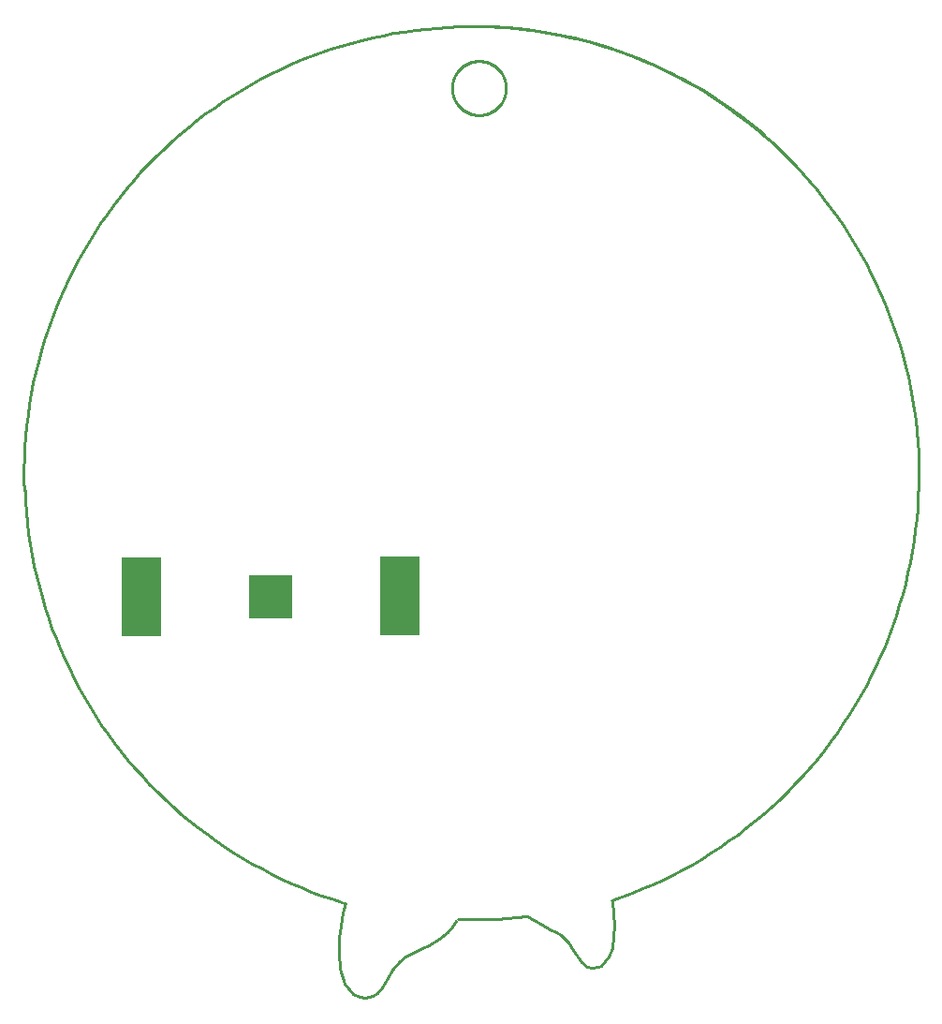
<source format=gbp>
G75*
%MOIN*%
%OFA0B0*%
%FSLAX25Y25*%
%IPPOS*%
%LPD*%
%AMOC8*
5,1,8,0,0,1.08239X$1,22.5*
%
%ADD10C,0.01000*%
%ADD11R,0.15748X0.15748*%
%ADD12R,0.14000X0.28000*%
D10*
X0125829Y0017395D02*
X0124106Y0022562D01*
X0123614Y0028714D01*
X0123860Y0033635D01*
X0124352Y0038064D01*
X0125090Y0042739D01*
X0126075Y0046184D01*
X0125336Y0046184D01*
X0145268Y0025269D02*
X0147482Y0026991D01*
X0149943Y0028468D01*
X0153388Y0030190D01*
X0155848Y0031174D01*
X0159293Y0033389D01*
X0162246Y0035604D01*
X0164214Y0037818D01*
X0165445Y0039787D01*
X0145268Y0025269D02*
X0142807Y0022316D01*
X0141085Y0019363D01*
X0139116Y0015919D01*
X0137394Y0014196D01*
X0135671Y0012966D01*
X0133210Y0012228D01*
X0130996Y0012720D01*
X0128781Y0013704D01*
X0125829Y0017395D01*
X0190789Y0041263D02*
X0193004Y0040033D01*
X0195957Y0038310D01*
X0198663Y0036834D01*
X0201124Y0035604D01*
X0202846Y0034619D01*
X0205553Y0031913D01*
X0207029Y0029452D01*
X0209982Y0025023D01*
X0211951Y0023546D01*
X0213673Y0023054D01*
X0216134Y0023546D01*
X0217118Y0023793D01*
X0219579Y0026991D01*
X0221055Y0030190D01*
X0221547Y0034373D01*
X0221793Y0038064D01*
X0221547Y0042247D01*
X0221055Y0047169D01*
X0274943Y0319560D02*
X0272010Y0322021D01*
X0269019Y0324411D01*
X0265972Y0326729D01*
X0262869Y0328973D01*
X0259715Y0331142D01*
X0256509Y0333235D01*
X0253253Y0335251D01*
X0249951Y0337188D01*
X0246603Y0339045D01*
X0243211Y0340822D01*
X0239778Y0342517D01*
X0236306Y0344129D01*
X0232795Y0345657D01*
X0229250Y0347102D01*
X0225670Y0348460D01*
X0222059Y0349733D01*
X0218419Y0350919D01*
X0214751Y0352017D01*
X0211058Y0353027D01*
X0207342Y0353949D01*
X0203605Y0354781D01*
X0199849Y0355523D01*
X0196076Y0356176D01*
X0192289Y0356737D01*
X0188489Y0357208D01*
X0184679Y0357588D01*
X0180862Y0357877D01*
X0177038Y0358073D01*
X0173211Y0358179D01*
X0169382Y0358192D01*
X0163956Y0336046D02*
X0163959Y0336282D01*
X0163968Y0336517D01*
X0163982Y0336753D01*
X0164002Y0336988D01*
X0164028Y0337222D01*
X0164060Y0337456D01*
X0164097Y0337689D01*
X0164141Y0337921D01*
X0164189Y0338151D01*
X0164244Y0338381D01*
X0164304Y0338609D01*
X0164370Y0338835D01*
X0164441Y0339060D01*
X0164518Y0339283D01*
X0164600Y0339504D01*
X0164687Y0339723D01*
X0164780Y0339940D01*
X0164879Y0340154D01*
X0164982Y0340366D01*
X0165091Y0340576D01*
X0165204Y0340782D01*
X0165323Y0340986D01*
X0165447Y0341187D01*
X0165575Y0341384D01*
X0165709Y0341579D01*
X0165847Y0341770D01*
X0165990Y0341958D01*
X0166137Y0342142D01*
X0166289Y0342322D01*
X0166445Y0342499D01*
X0166606Y0342672D01*
X0166770Y0342841D01*
X0166939Y0343005D01*
X0167112Y0343166D01*
X0167289Y0343322D01*
X0167469Y0343474D01*
X0167653Y0343621D01*
X0167841Y0343764D01*
X0168032Y0343902D01*
X0168227Y0344036D01*
X0168424Y0344164D01*
X0168625Y0344288D01*
X0168829Y0344407D01*
X0169035Y0344520D01*
X0169245Y0344629D01*
X0169457Y0344732D01*
X0169671Y0344831D01*
X0169888Y0344924D01*
X0170107Y0345011D01*
X0170328Y0345093D01*
X0170551Y0345170D01*
X0170776Y0345241D01*
X0171002Y0345307D01*
X0171230Y0345367D01*
X0171460Y0345422D01*
X0171690Y0345470D01*
X0171922Y0345514D01*
X0172155Y0345551D01*
X0172389Y0345583D01*
X0172623Y0345609D01*
X0172858Y0345629D01*
X0173094Y0345643D01*
X0173329Y0345652D01*
X0173565Y0345655D01*
X0173801Y0345652D01*
X0174036Y0345643D01*
X0174272Y0345629D01*
X0174507Y0345609D01*
X0174741Y0345583D01*
X0174975Y0345551D01*
X0175208Y0345514D01*
X0175440Y0345470D01*
X0175670Y0345422D01*
X0175900Y0345367D01*
X0176128Y0345307D01*
X0176354Y0345241D01*
X0176579Y0345170D01*
X0176802Y0345093D01*
X0177023Y0345011D01*
X0177242Y0344924D01*
X0177459Y0344831D01*
X0177673Y0344732D01*
X0177885Y0344629D01*
X0178095Y0344520D01*
X0178301Y0344407D01*
X0178505Y0344288D01*
X0178706Y0344164D01*
X0178903Y0344036D01*
X0179098Y0343902D01*
X0179289Y0343764D01*
X0179477Y0343621D01*
X0179661Y0343474D01*
X0179841Y0343322D01*
X0180018Y0343166D01*
X0180191Y0343005D01*
X0180360Y0342841D01*
X0180524Y0342672D01*
X0180685Y0342499D01*
X0180841Y0342322D01*
X0180993Y0342142D01*
X0181140Y0341958D01*
X0181283Y0341770D01*
X0181421Y0341579D01*
X0181555Y0341384D01*
X0181683Y0341187D01*
X0181807Y0340986D01*
X0181926Y0340782D01*
X0182039Y0340576D01*
X0182148Y0340366D01*
X0182251Y0340154D01*
X0182350Y0339940D01*
X0182443Y0339723D01*
X0182530Y0339504D01*
X0182612Y0339283D01*
X0182689Y0339060D01*
X0182760Y0338835D01*
X0182826Y0338609D01*
X0182886Y0338381D01*
X0182941Y0338151D01*
X0182989Y0337921D01*
X0183033Y0337689D01*
X0183070Y0337456D01*
X0183102Y0337222D01*
X0183128Y0336988D01*
X0183148Y0336753D01*
X0183162Y0336517D01*
X0183171Y0336282D01*
X0183174Y0336046D01*
X0183171Y0335810D01*
X0183162Y0335575D01*
X0183148Y0335339D01*
X0183128Y0335104D01*
X0183102Y0334870D01*
X0183070Y0334636D01*
X0183033Y0334403D01*
X0182989Y0334171D01*
X0182941Y0333941D01*
X0182886Y0333711D01*
X0182826Y0333483D01*
X0182760Y0333257D01*
X0182689Y0333032D01*
X0182612Y0332809D01*
X0182530Y0332588D01*
X0182443Y0332369D01*
X0182350Y0332152D01*
X0182251Y0331938D01*
X0182148Y0331726D01*
X0182039Y0331516D01*
X0181926Y0331310D01*
X0181807Y0331106D01*
X0181683Y0330905D01*
X0181555Y0330708D01*
X0181421Y0330513D01*
X0181283Y0330322D01*
X0181140Y0330134D01*
X0180993Y0329950D01*
X0180841Y0329770D01*
X0180685Y0329593D01*
X0180524Y0329420D01*
X0180360Y0329251D01*
X0180191Y0329087D01*
X0180018Y0328926D01*
X0179841Y0328770D01*
X0179661Y0328618D01*
X0179477Y0328471D01*
X0179289Y0328328D01*
X0179098Y0328190D01*
X0178903Y0328056D01*
X0178706Y0327928D01*
X0178505Y0327804D01*
X0178301Y0327685D01*
X0178095Y0327572D01*
X0177885Y0327463D01*
X0177673Y0327360D01*
X0177459Y0327261D01*
X0177242Y0327168D01*
X0177023Y0327081D01*
X0176802Y0326999D01*
X0176579Y0326922D01*
X0176354Y0326851D01*
X0176128Y0326785D01*
X0175900Y0326725D01*
X0175670Y0326670D01*
X0175440Y0326622D01*
X0175208Y0326578D01*
X0174975Y0326541D01*
X0174741Y0326509D01*
X0174507Y0326483D01*
X0174272Y0326463D01*
X0174036Y0326449D01*
X0173801Y0326440D01*
X0173565Y0326437D01*
X0173329Y0326440D01*
X0173094Y0326449D01*
X0172858Y0326463D01*
X0172623Y0326483D01*
X0172389Y0326509D01*
X0172155Y0326541D01*
X0171922Y0326578D01*
X0171690Y0326622D01*
X0171460Y0326670D01*
X0171230Y0326725D01*
X0171002Y0326785D01*
X0170776Y0326851D01*
X0170551Y0326922D01*
X0170328Y0326999D01*
X0170107Y0327081D01*
X0169888Y0327168D01*
X0169671Y0327261D01*
X0169457Y0327360D01*
X0169245Y0327463D01*
X0169035Y0327572D01*
X0168829Y0327685D01*
X0168625Y0327804D01*
X0168424Y0327928D01*
X0168227Y0328056D01*
X0168032Y0328190D01*
X0167841Y0328328D01*
X0167653Y0328471D01*
X0167469Y0328618D01*
X0167289Y0328770D01*
X0167112Y0328926D01*
X0166939Y0329087D01*
X0166770Y0329251D01*
X0166606Y0329420D01*
X0166445Y0329593D01*
X0166289Y0329770D01*
X0166137Y0329950D01*
X0165990Y0330134D01*
X0165847Y0330322D01*
X0165709Y0330513D01*
X0165575Y0330708D01*
X0165447Y0330905D01*
X0165323Y0331106D01*
X0165204Y0331310D01*
X0165091Y0331516D01*
X0164982Y0331726D01*
X0164879Y0331938D01*
X0164780Y0332152D01*
X0164687Y0332369D01*
X0164600Y0332588D01*
X0164518Y0332809D01*
X0164441Y0333032D01*
X0164370Y0333257D01*
X0164304Y0333483D01*
X0164244Y0333711D01*
X0164189Y0333941D01*
X0164141Y0334171D01*
X0164097Y0334403D01*
X0164060Y0334636D01*
X0164028Y0334870D01*
X0164002Y0335104D01*
X0163982Y0335339D01*
X0163968Y0335575D01*
X0163959Y0335810D01*
X0163956Y0336046D01*
X0190543Y0041510D02*
X0187044Y0041101D01*
X0183537Y0040769D01*
X0180023Y0040515D01*
X0176504Y0040339D01*
X0172983Y0040241D01*
X0169460Y0040221D01*
X0165937Y0040280D01*
X0220809Y0047169D02*
X0224504Y0048447D01*
X0228165Y0049814D01*
X0231792Y0051272D01*
X0235383Y0052817D01*
X0238934Y0054451D01*
X0242445Y0056170D01*
X0245912Y0057975D01*
X0249334Y0059865D01*
X0252708Y0061837D01*
X0256034Y0063892D01*
X0259308Y0066028D01*
X0262528Y0068243D01*
X0265694Y0070536D01*
X0268802Y0072907D01*
X0271852Y0075352D01*
X0274840Y0077872D01*
X0277766Y0080464D01*
X0280628Y0083127D01*
X0283423Y0085859D01*
X0286151Y0088659D01*
X0288809Y0091525D01*
X0291397Y0094455D01*
X0293912Y0097447D01*
X0296352Y0100501D01*
X0298718Y0103613D01*
X0301006Y0106782D01*
X0303216Y0110006D01*
X0305346Y0113283D01*
X0307396Y0116612D01*
X0309363Y0119990D01*
X0311247Y0123415D01*
X0313047Y0126885D01*
X0314761Y0130398D01*
X0316388Y0133952D01*
X0317928Y0137545D01*
X0319379Y0141174D01*
X0320742Y0144838D01*
X0322014Y0148534D01*
X0323195Y0152261D01*
X0324284Y0156015D01*
X0325281Y0159794D01*
X0326185Y0163597D01*
X0326996Y0167421D01*
X0327713Y0171264D01*
X0328336Y0175123D01*
X0328864Y0178996D01*
X0329297Y0182881D01*
X0329634Y0186775D01*
X0329877Y0190677D01*
X0330023Y0194583D01*
X0330074Y0198491D01*
X0330029Y0202400D01*
X0329888Y0206306D01*
X0329652Y0210208D01*
X0329320Y0214103D01*
X0328893Y0217989D01*
X0328371Y0221863D01*
X0327754Y0225723D01*
X0327043Y0229566D01*
X0326238Y0233391D01*
X0325339Y0237196D01*
X0324348Y0240977D01*
X0323264Y0244732D01*
X0322088Y0248460D01*
X0320822Y0252158D01*
X0319465Y0255824D01*
X0318019Y0259456D01*
X0316485Y0263051D01*
X0314863Y0266608D01*
X0313154Y0270123D01*
X0311360Y0273596D01*
X0309481Y0277024D01*
X0307518Y0280405D01*
X0305474Y0283736D01*
X0303349Y0287017D01*
X0301143Y0290244D01*
X0298860Y0293417D01*
X0296499Y0296533D01*
X0294063Y0299590D01*
X0291553Y0302586D01*
X0288970Y0305520D01*
X0286316Y0308390D01*
X0283592Y0311194D01*
X0280801Y0313930D01*
X0277943Y0316597D01*
X0275021Y0319194D01*
X0272036Y0321718D01*
X0268991Y0324168D01*
X0265886Y0326543D01*
X0262724Y0328841D01*
X0259506Y0331061D01*
X0256236Y0333201D01*
X0252913Y0335261D01*
X0249542Y0337239D01*
X0246123Y0339134D01*
X0242658Y0340944D01*
X0239150Y0342669D01*
X0235601Y0344307D01*
X0232013Y0345858D01*
X0228388Y0347321D01*
X0224729Y0348694D01*
X0221036Y0349978D01*
X0217314Y0351170D01*
X0213563Y0352271D01*
X0209787Y0353280D01*
X0205987Y0354196D01*
X0202165Y0355019D01*
X0198325Y0355748D01*
X0194468Y0356383D01*
X0190596Y0356922D01*
X0186713Y0357367D01*
X0182819Y0357717D01*
X0178919Y0357971D01*
X0175013Y0358130D01*
X0171105Y0358193D01*
X0170120Y0357947D02*
X0166250Y0357890D01*
X0162382Y0357740D01*
X0158519Y0357496D01*
X0154663Y0357157D01*
X0150817Y0356725D01*
X0146982Y0356199D01*
X0143161Y0355580D01*
X0139356Y0354868D01*
X0135570Y0354064D01*
X0131805Y0353167D01*
X0128062Y0352180D01*
X0124345Y0351101D01*
X0120655Y0349933D01*
X0116994Y0348674D01*
X0113366Y0347327D01*
X0109771Y0345892D01*
X0106212Y0344370D01*
X0102691Y0342762D01*
X0099211Y0341069D01*
X0095772Y0339291D01*
X0092378Y0337430D01*
X0089031Y0335487D01*
X0085731Y0333463D01*
X0082482Y0331359D01*
X0079285Y0329177D01*
X0076143Y0326918D01*
X0073056Y0324583D01*
X0070027Y0322173D01*
X0067057Y0319690D01*
X0064149Y0317136D01*
X0061304Y0314512D01*
X0058523Y0311819D01*
X0055809Y0309059D01*
X0053163Y0306234D01*
X0050587Y0303346D01*
X0048081Y0300395D01*
X0045649Y0297384D01*
X0043290Y0294316D01*
X0041007Y0291190D01*
X0038800Y0288010D01*
X0036672Y0284777D01*
X0034623Y0281493D01*
X0032654Y0278161D01*
X0030767Y0274781D01*
X0028963Y0271356D01*
X0027243Y0267889D01*
X0025608Y0264380D01*
X0024059Y0260833D01*
X0022597Y0257250D01*
X0021222Y0253631D01*
X0019936Y0249980D01*
X0018739Y0246300D01*
X0017632Y0242591D01*
X0016616Y0238856D01*
X0015691Y0235097D01*
X0014858Y0231317D01*
X0014117Y0227518D01*
X0013468Y0223702D01*
X0012913Y0219871D01*
X0012452Y0216028D01*
X0012084Y0212175D01*
X0011810Y0208314D01*
X0011630Y0204448D01*
X0011544Y0200578D01*
X0011552Y0196708D01*
X0011655Y0192838D01*
X0011901Y0193083D02*
X0012085Y0189214D01*
X0012364Y0185351D01*
X0012736Y0181495D01*
X0013202Y0177650D01*
X0013761Y0173817D01*
X0014414Y0169999D01*
X0015159Y0166197D01*
X0015997Y0162416D01*
X0016926Y0158655D01*
X0017947Y0154919D01*
X0019058Y0151208D01*
X0020260Y0147525D01*
X0021550Y0143873D01*
X0022930Y0140253D01*
X0024397Y0136668D01*
X0025951Y0133120D01*
X0027590Y0129611D01*
X0029315Y0126143D01*
X0031124Y0122717D01*
X0033015Y0119337D01*
X0034989Y0116004D01*
X0037043Y0112719D01*
X0039176Y0109486D01*
X0041387Y0106306D01*
X0043675Y0103180D01*
X0046039Y0100111D01*
X0048476Y0097101D01*
X0050986Y0094151D01*
X0053567Y0091262D01*
X0056218Y0088438D01*
X0058937Y0085679D01*
X0061722Y0082987D01*
X0064572Y0080363D01*
X0067484Y0077810D01*
X0070459Y0075328D01*
X0073492Y0072919D01*
X0076584Y0070585D01*
X0079731Y0068327D01*
X0082932Y0066147D01*
X0086186Y0064044D01*
X0089490Y0062022D01*
X0092842Y0060081D01*
X0096240Y0058222D01*
X0099682Y0056446D01*
X0103167Y0054754D01*
X0106692Y0053148D01*
X0110255Y0051629D01*
X0113854Y0050196D01*
X0117486Y0048851D01*
X0121151Y0047596D01*
X0124845Y0046429D01*
D11*
X0099254Y0154944D03*
D12*
X0053254Y0154944D03*
X0145254Y0155444D03*
M02*

</source>
